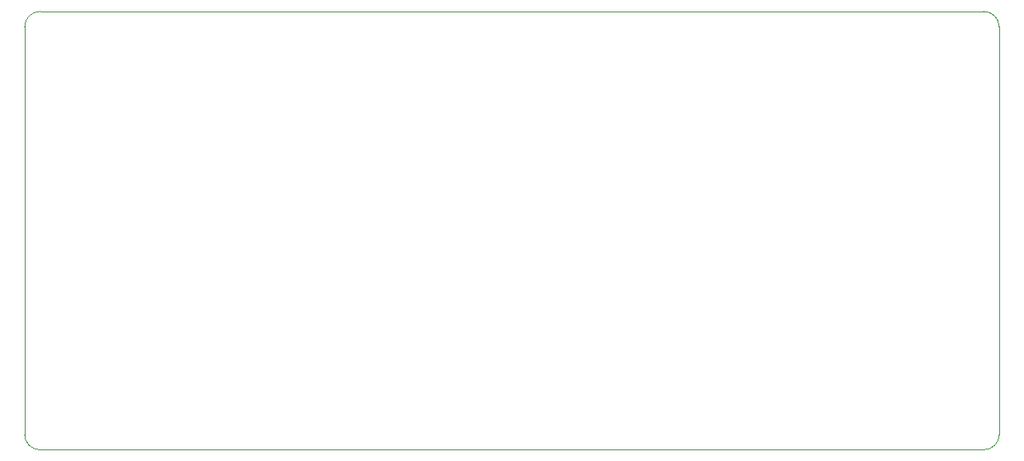
<source format=gbr>
%TF.GenerationSoftware,KiCad,Pcbnew,(6.0.11)*%
%TF.CreationDate,2023-02-12T20:14:36+01:00*%
%TF.ProjectId,DMX_PWM_LED_Driver,444d585f-5057-44d5-9f4c-45445f447269,rev?*%
%TF.SameCoordinates,Original*%
%TF.FileFunction,Profile,NP*%
%FSLAX46Y46*%
G04 Gerber Fmt 4.6, Leading zero omitted, Abs format (unit mm)*
G04 Created by KiCad (PCBNEW (6.0.11)) date 2023-02-12 20:14:36*
%MOMM*%
%LPD*%
G01*
G04 APERTURE LIST*
%TA.AperFunction,Profile*%
%ADD10C,0.050000*%
%TD*%
G04 APERTURE END LIST*
D10*
X21570000Y-65000000D02*
X118425200Y-65000000D01*
X20000000Y-21574800D02*
X19995200Y-63425200D01*
X21574800Y-20000000D02*
G75*
G03*
X20000000Y-21574800I0J-1574800D01*
G01*
X21574800Y-20000000D02*
X118425200Y-20000000D01*
X19995200Y-63425200D02*
G75*
G03*
X21570000Y-65000000I1574800J0D01*
G01*
X120000000Y-21574800D02*
G75*
G03*
X118425200Y-20000000I-1574800J0D01*
G01*
X120000000Y-21574800D02*
X120000000Y-63425200D01*
X118425200Y-65000000D02*
G75*
G03*
X120000000Y-63425200I0J1574800D01*
G01*
M02*

</source>
